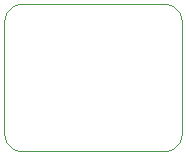
<source format=gbp>
G75*
%MOIN*%
%OFA0B0*%
%FSLAX24Y24*%
%IPPOS*%
%LPD*%
%AMOC8*
5,1,8,0,0,1.08239X$1,22.5*
%
%ADD10C,0.0000*%
D10*
X000679Y000733D02*
X000679Y004473D01*
X000678Y004473D02*
X000680Y004519D01*
X000685Y004565D01*
X000694Y004611D01*
X000707Y004656D01*
X000723Y004699D01*
X000742Y004741D01*
X000765Y004782D01*
X000791Y004820D01*
X000820Y004857D01*
X000851Y004891D01*
X000885Y004922D01*
X000922Y004951D01*
X000960Y004977D01*
X001001Y005000D01*
X001043Y005019D01*
X001086Y005035D01*
X001131Y005048D01*
X001177Y005057D01*
X001223Y005062D01*
X001269Y005064D01*
X005994Y005064D01*
X006040Y005062D01*
X006086Y005057D01*
X006132Y005048D01*
X006177Y005035D01*
X006220Y005019D01*
X006262Y005000D01*
X006303Y004977D01*
X006341Y004951D01*
X006378Y004922D01*
X006412Y004891D01*
X006443Y004857D01*
X006472Y004820D01*
X006498Y004782D01*
X006521Y004741D01*
X006540Y004699D01*
X006556Y004656D01*
X006569Y004611D01*
X006578Y004565D01*
X006583Y004519D01*
X006585Y004473D01*
X006584Y004473D02*
X006584Y000733D01*
X006585Y000733D02*
X006583Y000687D01*
X006578Y000641D01*
X006569Y000595D01*
X006556Y000550D01*
X006540Y000507D01*
X006521Y000465D01*
X006498Y000424D01*
X006472Y000386D01*
X006443Y000349D01*
X006412Y000315D01*
X006378Y000284D01*
X006341Y000255D01*
X006303Y000229D01*
X006262Y000206D01*
X006220Y000187D01*
X006177Y000171D01*
X006132Y000158D01*
X006086Y000149D01*
X006040Y000144D01*
X005994Y000142D01*
X005994Y000143D02*
X001269Y000143D01*
X001269Y000142D02*
X001223Y000144D01*
X001177Y000149D01*
X001131Y000158D01*
X001086Y000171D01*
X001043Y000187D01*
X001001Y000206D01*
X000960Y000229D01*
X000922Y000255D01*
X000885Y000284D01*
X000851Y000315D01*
X000820Y000349D01*
X000791Y000386D01*
X000765Y000424D01*
X000742Y000465D01*
X000723Y000507D01*
X000707Y000550D01*
X000694Y000595D01*
X000685Y000641D01*
X000680Y000687D01*
X000678Y000733D01*
M02*

</source>
